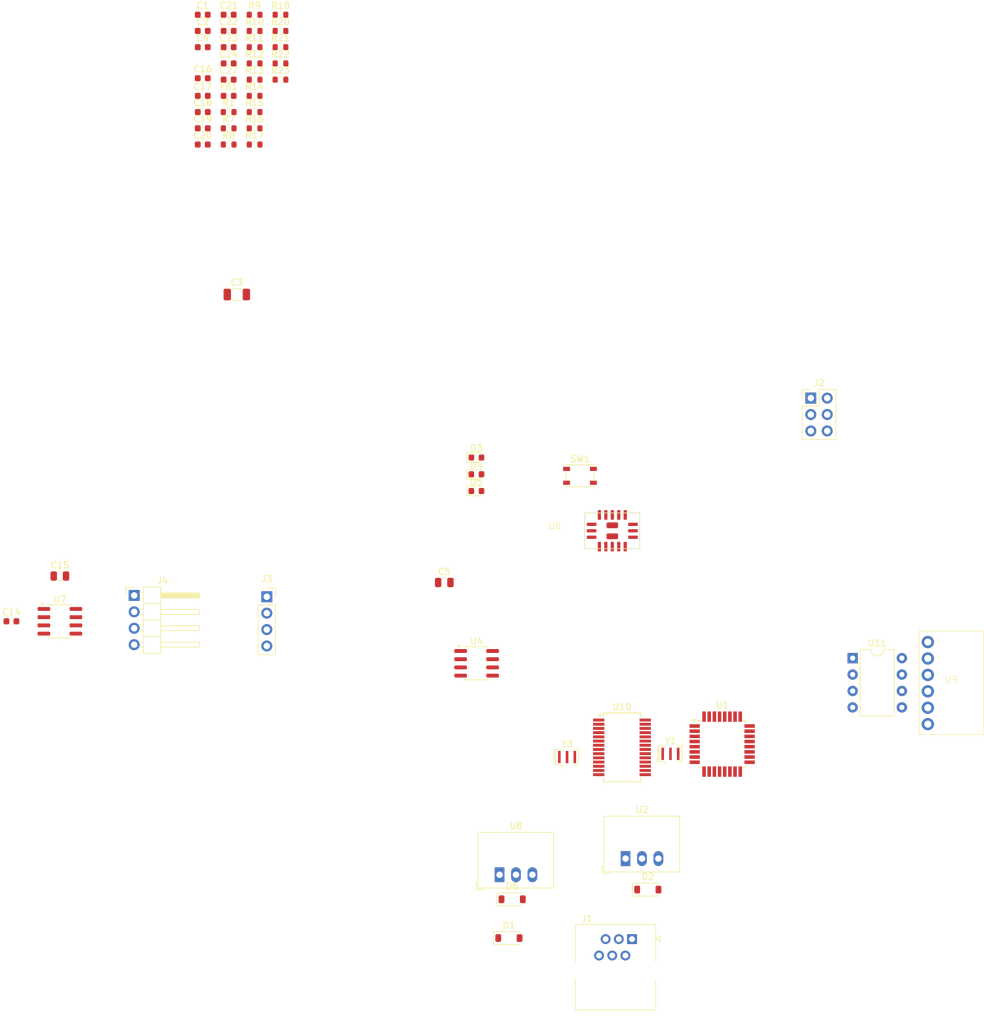
<source format=kicad_pcb>
(kicad_pcb (version 20241229) (generator "pcbnew") (generator_version "9.0")
  (layers (0 "F.Cu" signal) (2 "B.Cu" signal) (13 "F.Paste" user) (15 "B.Paste" user) (5 "F.SilkS" user "F.Silkscreen") (7 "B.SilkS" user "B.Silkscreen") (1 "F.Mask" user) (3 "B.Mask" user) (25 "Edge.Cuts" user))
  (net 0 "")
  (net 1 "Net-(U1-AREF)")
  (net 2 "GND")
  (net 3 "Net-(U1-VCC)")
  (net 4 "Net-(D1-K)")
  (net 5 "+5V")
  (net 6 "Net-(U4-VDD3V3)")
  (net 7 "GND1")
  (net 8 "Net-(U7-VDD3V3)")
  (net 9 "+3V3")
  (net 10 "Net-(U10-VDDA)")
  (net 11 "Net-(D1-A)")
  (net 12 "SCK")
  (net 13 "Net-(D3-K)")
  (net 14 "Net-(D4-K)")
  (net 15 "ERR")
  (net 16 "Net-(D5-K)")
  (net 18 "CANL")
  (net 19 "CANH")
  (net 21 "MISO")
  (net 22 "MOSI")
  (net 23 "RST")
  (net 24 "SDA1")
  (net 25 "SCL1")
  (net 26 "SCL2")
  (net 27 "SDA2")
  (net 28 "Net-(U1-~{RESET}{slash}PC6)")
  (net 29 "Net-(U10-STBY)")
  (net 30 "Net-(U10-~{RESET})")
  (net 31 "SCL0")
  (net 32 "SDA0")
  (net 38 "INT")
  (net 39 "CS")
  (net 44 "Net-(U1-XTAL2{slash}PB7)")
  (net 47 "Net-(U1-XTAL1{slash}PB6)")
  (net 61 "Net-(U10-TXD)")
  (net 69 "Net-(U10-OSC2)")
  (net 70 "Net-(U10-RXD)")
  (net 71 "Net-(U10-OSC1)")
  (net 72 "SCL3")
  (net 73 "SDA3")
  (footprint "Capacitor_SMD:C_0805_2012Metric" (layer "F.Cu") (at 117.5 105.5)
    (property "Reference" "C5" (at 0 -1.68 0) (layer "F.SilkS"))
    (property "Value" "1u")
    (pad "1" smd roundrect (at -0.95 0) (size 1 1.45) (layers "F.Cu" "F.Mask" "F.Paste") (net 6 "Net-(U4-VDD3V3)"))
    (pad "2" smd roundrect (at 0.95 0) (size 1 1.45) (layers "F.Cu" "F.Mask" "F.Paste") (net 2 "GND"))
  )
  (footprint "Crystal:Resonator_SMD_Murata_CSTxExxV-3Pin_3.0x1.1mm" (layer "F.Cu") (at 136.5 132.5)
    (property "Reference" "Y3" (at 0 -2 0) (layer "F.SilkS"))
    (property "Value" "16MHz")
    (pad "1" smd rect (at -1.2 0) (size 0.4 1.9) (layers "F.Cu" "F.Mask" "F.Paste") (net 71 "Net-(U10-OSC1)"))
    (pad "2" smd rect (at 0 0) (size 0.4 1.9) (layers "F.Cu" "F.Mask" "F.Paste") (net 2 "GND"))
    (pad "3" smd rect (at 1.2 0) (size 0.4 1.9) (layers "F.Cu" "F.Mask" "F.Paste") (net 69 "Net-(U10-OSC2)"))
  )
  (footprint "Converter_DCDC:Converter_DCDC_RECOM_R-78E-0.5_THT" (layer "F.Cu") (at 145.553 148.2075)
    (property "Reference" "U2" (at 2.54 -7.56 0) (layer "F.SilkS"))
    (property "Value" "R-78E5.0-0.5")
    (pad "1" thru_hole rect (at 0 0) (size 1.5 2.3) (drill 1) (layers "*.Cu" "*.Mask") (net 4 "Net-(D1-K)"))
    (pad "2" thru_hole oval (at 2.54 0) (size 1.5 2.3) (drill 1) (layers "*.Cu" "*.Mask") (net 2 "GND"))
    (pad "3" thru_hole oval (at 5.08 0) (size 1.5 2.3) (drill 1) (layers "*.Cu" "*.Mask") (net 5 "+5V"))
  )
  (footprint "Capacitor_SMD:C_0603_1608Metric" (layer "F.Cu") (at 80.115 20.185)
    (property "Reference" "C2" (at 0 -1.43 0) (layer "F.SilkS"))
    (property "Value" "1u")
    (pad "1" smd roundrect (at -0.775 0) (size 0.9 0.95) (layers "F.Cu" "F.Mask" "F.Paste") (net 2 "GND"))
    (pad "2" smd roundrect (at 0.775 0) (size 0.9 0.95) (layers "F.Cu" "F.Mask" "F.Paste") (net 3 "Net-(U1-VCC)"))
  )
  (footprint "Package_SO:SOIC-8_3.9x4.9mm_P1.27mm" (layer "F.Cu") (at 58 111.5)
    (property "Reference" "U7" (at 0 -3.4 0) (layer "F.SilkS"))
    (property "Value" "SLIP")
    (pad "1" smd roundrect (at -2.475 -1.905) (size 1.95 0.6) (layers "F.Cu" "F.Mask" "F.Paste") (net 5 "+5V"))
    (pad "2" smd roundrect (at -2.475 -0.635) (size 1.95 0.6) (layers "F.Cu" "F.Mask" "F.Paste") (net 8 "Net-(U7-VDD3V3)"))
    (pad "3" smd roundrect (at -2.475 0.635) (size 1.95 0.6) (layers "F.Cu" "F.Mask" "F.Paste"))
    (pad "4" smd roundrect (at -2.475 1.905) (size 1.95 0.6) (layers "F.Cu" "F.Mask" "F.Paste") (net 7 "GND1"))
    (pad "5" smd roundrect (at 2.475 1.905) (size 1.95 0.6) (layers "F.Cu" "F.Mask" "F.Paste") (net 7 "GND1"))
    (pad "6" smd roundrect (at 2.475 0.635) (size 1.95 0.6) (layers "F.Cu" "F.Mask" "F.Paste") (net 27 "SDA2"))
    (pad "7" smd roundrect (at 2.475 -0.635) (size 1.95 0.6) (layers "F.Cu" "F.Mask" "F.Paste") (net 26 "SCL2"))
    (pad "8" smd roundrect (at 2.475 -1.905) (size 1.95 0.6) (layers "F.Cu" "F.Mask" "F.Paste") (net 7 "GND1"))
  )
  (footprint "Capacitor_SMD:C_0603_1608Metric" (layer "F.Cu") (at 80.115 30.225)
    (property "Reference" "C17" (at 0 -1.43 0) (layer "F.SilkS"))
    (property "Value" "1u")
    (pad "1" smd roundrect (at -0.775 0) (size 0.9 0.95) (layers "F.Cu" "F.Mask" "F.Paste") (net 2 "GND"))
    (pad "2" smd roundrect (at 0.775 0) (size 0.9 0.95) (layers "F.Cu" "F.Mask" "F.Paste") (net 5 "+5V"))
  )
  (footprint "Connector_PinHeader_2.54mm:PinHeader_1x04_P2.54mm_Horizontal" (layer "F.Cu") (at 69.5 107.5)
    (property "Reference" "J4" (at 4.385 -2.27 0) (layer "F.SilkS"))
    (property "Value" "Conn_01x04_Pin")
    (pad "1" thru_hole rect (at 0 0) (size 1.7 1.7) (drill 1) (layers "*.Cu" "*.Mask") (net 2 "GND"))
    (pad "2" thru_hole oval (at 0 2.54) (size 1.7 1.7) (drill 1) (layers "*.Cu" "*.Mask") (net 26 "SCL2"))
    (pad "3" thru_hole oval (at 0 5.08) (size 1.7 1.7) (drill 1) (layers "*.Cu" "*.Mask") (net 27 "SDA2"))
    (pad "4" thru_hole oval (at 0 7.62) (size 1.7 1.7) (drill 1) (layers "*.Cu" "*.Mask") (net 5 "+5V"))
  )
  (footprint "Resistor_SMD:R_0603_1608Metric" (layer "F.Cu") (at 92.145 27.715)
    (property "Reference" "R23" (at 0 -1.43 0) (layer "F.SilkS"))
    (property "Value" "4.7k")
    (pad "1" smd roundrect (at -0.825 0) (size 0.8 0.95) (layers "F.Cu" "F.Mask" "F.Paste") (net 9 "+3V3"))
    (pad "2" smd roundrect (at 0.825 0) (size 0.8 0.95) (layers "F.Cu" "F.Mask" "F.Paste") (net 73 "SDA3"))
  )
  (footprint "KUBTSS:BME280" (layer "F.Cu") (at 196 121)
    (property "Reference" "U9" (at 0 -0.5 0) (layer "F.SilkS") (effects (font (thickness 0.1))))
    (property "Value" "BME280")
    (pad "1" thru_hole circle (at -3.663 -6.29) (size 1.9 1.9) (drill 1.1) (layers "*.Cu" "*.Mask") (net 9 "+3V3"))
    (pad "2" thru_hole circle (at -3.663 -3.75) (size 1.9 1.9) (drill 1.1) (layers "*.Cu" "*.Mask") (net 2 "GND"))
    (pad "3" thru_hole circle (at -3.663 -1.21) (size 1.9 1.9) (drill 1.1) (layers "*.Cu" "*.Mask") (net 9 "+3V3"))
    (pad "4" thru_hole circle (at -3.663 1.33) (size 1.9 1.9) (drill 1.1) (layers "*.Cu" "*.Mask") (net 73 "SDA3"))
    (pad "5" thru_hole circle (at -3.663 3.87) (size 1.9 1.9) (drill 1.1) (layers "*.Cu" "*.Mask") (net 2 "GND"))
    (pad "6" thru_hole circle (at -3.663 6.41) (size 1.9 1.9) (drill 1.1) (layers "*.Cu" "*.Mask") (net 72 "SCL3"))
  )
  (footprint "Connector_RJ:RJ25_Wayconn_MJEA-660X1_Horizontal" (layer "F.Cu") (at 146.55 160.66)
    (property "Reference" "J1" (at -6.985 -3.175 0) (layer "F.SilkS"))
    (property "Value" "RJ25")
    (pad "" np_thru_hole circle (at -8.55 4.84) (size 2.3 2.3) (drill 2.3) (layers "*.Cu" "*.Mask"))
    (pad "" np_thru_hole circle (at 3.45 4.84) (size 2.3 2.3) (drill 2.3) (layers "*.Cu" "*.Mask"))
    (pad "1" thru_hole rect (at 0 0) (size 1.52 1.52) (drill 0.9) (layers "*.Cu" "*.Mask"))
    (pad "2" thru_hole circle (at -1.02 2.54) (size 1.52 1.52) (drill 0.9) (layers "*.Cu" "*.Mask") (net 2 "GND"))
    (pad "3" thru_hole circle (at -2.04 0) (size 1.52 1.52) (drill 0.9) (layers "*.Cu" "*.Mask") (net 18 "CANL"))
    (pad "4" thru_hole circle (at -3.06 2.54) (size 1.52 1.52) (drill 0.9) (layers "*.Cu" "*.Mask") (net 19 "CANH"))
    (pad "5" thru_hole circle (at -4.08 0) (size 1.52 1.52) (drill 0.9) (layers "*.Cu" "*.Mask") (net 11 "Net-(D1-A)"))
    (pad "6" thru_hole circle (at -5.1 2.54) (size 1.52 1.52) (drill 0.9) (layers "*.Cu" "*.Mask"))
  )
  (footprint "Resistor_SMD:R_0603_1608Metric" (layer "F.Cu") (at 84.125 32.735)
    (property "Reference" "R1" (at 0 -1.43 0) (layer "F.SilkS"))
    (property "Value" "10k")
    (pad "1" smd roundrect (at -0.825 0) (size 0.8 0.95) (layers "F.Cu" "F.Mask" "F.Paste") (net 5 "+5V"))
    (pad "2" smd roundrect (at 0.825 0) (size 0.8 0.95) (layers "F.Cu" "F.Mask" "F.Paste") (net 23 "RST"))
  )
  (footprint "Capacitor_SMD:C_0603_1608Metric" (layer "F.Cu") (at 80.115 37.755)
    (property "Reference" "C20" (at 0 -1.43 0) (layer "F.SilkS"))
    (property "Value" "0.1u")
    (pad "1" smd roundrect (at -0.775 0) (size 0.9 0.95) (layers "F.Cu" "F.Mask" "F.Paste") (net 5 "+5V"))
    (pad "2" smd roundrect (at 0.775 0) (size 0.9 0.95) (layers "F.Cu" "F.Mask" "F.Paste") (net 2 "GND"))
  )
  (footprint "Capacitor_SMD:C_0603_1608Metric" (layer "F.Cu") (at 80.115 35.245)
    (property "Reference" "C19" (at 0 -1.43 0) (layer "F.SilkS"))
    (property "Value" "1u")
    (pad "1" smd roundrect (at -0.775 0) (size 0.9 0.95) (layers "F.Cu" "F.Mask" "F.Paste") (net 5 "+5V"))
    (pad "2" smd roundrect (at 0.775 0) (size 0.9 0.95) (layers "F.Cu" "F.Mask" "F.Paste") (net 2 "GND"))
  )
  (footprint "LED_SMD:LED_0603_1608Metric" (layer "F.Cu") (at 122.47 91.35)
    (property "Reference" "D5" (at 0 -1.43 0) (layer "F.SilkS"))
    (property "Value" "ERR")
    (pad "1" smd roundrect (at -0.7875 0) (size 0.875 0.95) (layers "F.Cu" "F.Mask" "F.Paste") (net 16 "Net-(D5-K)"))
    (pad "2" smd roundrect (at 0.7875 0) (size 0.875 0.95) (layers "F.Cu" "F.Mask" "F.Paste") (net 15 "ERR"))
  )
  (footprint "Diode_SMD:D_SOD-123" (layer "F.Cu") (at 127.5 160.5)
    (property "Reference" "D1" (at 0 -2 0) (layer "F.SilkS"))
    (property "Value" "RB160M")
    (pad "1" smd roundrect (at -1.65 0) (size 0.9 1.2) (layers "F.Cu" "F.Mask" "F.Paste") (net 4 "Net-(D1-K)"))
    (pad "2" smd roundrect (at 1.65 0) (size 0.9 1.2) (layers "F.Cu" "F.Mask" "F.Paste") (net 11 "Net-(D1-A)"))
  )
  (footprint "Package_SO:SSOP-28_5.3x10.2mm_P0.65mm" (layer "F.Cu") (at 145 131)
    (property "Reference" "U10" (at 0 -6.25 0) (layer "F.SilkS"))
    (property "Value" "MCP25625-x-SS")
    (pad "1" smd rect (at -3.6 -4.225) (size 1.75 0.45) (layers "F.Cu" "F.Mask" "F.Paste") (net 9 "+3V3"))
    (pad "2" smd rect (at -3.6 -3.575) (size 1.75 0.45) (layers "F.Cu" "F.Mask" "F.Paste"))
    (pad "3" smd rect (at -3.6 -2.925) (size 1.75 0.45) (layers "F.Cu" "F.Mask" "F.Paste") (net 18 "CANL"))
    (pad "4" smd rect (at -3.6 -2.275) (size 1.75 0.45) (layers "F.Cu" "F.Mask" "F.Paste") (net 19 "CANH"))
    (pad "5" smd rect (at -3.6 -1.625) (size 1.75 0.45) (layers "F.Cu" "F.Mask" "F.Paste") (net 29 "Net-(U10-STBY)"))
    (pad "6" smd rect (at -3.6 -0.975) (size 1.75 0.45) (layers "F.Cu" "F.Mask" "F.Paste"))
    (pad "7" smd rect (at -3.6 -0.325) (size 1.75 0.45) (layers "F.Cu" "F.Mask" "F.Paste"))
    (pad "8" smd rect (at -3.6 0.325) (size 1.75 0.45) (layers "F.Cu" "F.Mask" "F.Paste") (net 69 "Net-(U10-OSC2)"))
    (pad "9" smd rect (at -3.6 0.975) (size 1.75 0.45) (layers "F.Cu" "F.Mask" "F.Paste") (net 71 "Net-(U10-OSC1)"))
    (pad "10" smd rect (at -3.6 1.625) (size 1.75 0.45) (layers "F.Cu" "F.Mask" "F.Paste") (net 2 "GND"))
    (pad "11" smd rect (at -3.6 2.275) (size 1.75 0.45) (layers "F.Cu" "F.Mask" "F.Paste"))
    (pad "12" smd rect (at -3.6 2.925) (size 1.75 0.45) (layers "F.Cu" "F.Mask" "F.Paste"))
    (pad "13" smd rect (at -3.6 3.575) (size 1.75 0.45) (layers "F.Cu" "F.Mask" "F.Paste") (net 38 "INT"))
    (pad "14" smd rect (at -3.6 4.225) (size 1.75 0.45) (layers "F.Cu" "F.Mask" "F.Paste") (net 12 "SCK"))
    (pad "15" smd rect (at 3.6 4.225) (size 1.75 0.45) (layers "F.Cu" "F.Mask" "F.Paste") (net 22 "MOSI"))
    (pad "16" smd rect (at 3.6 3.575) (size 1.75 0.45) (layers "F.Cu" "F.Mask" "F.Paste") (net 21 "MISO"))
    (pad "17" smd rect (at 3.6 2.925) (size 1.75 0.45) (layers "F.Cu" "F.Mask" "F.Paste") (net 39 "CS"))
    (pad "18" smd rect (at 3.6 2.275) (size 1.75 0.45) (layers "F.Cu" "F.Mask" "F.Paste") (net 30 "Net-(U10-~{RESET})"))
    (pad "19" smd rect (at 3.6 1.625) (size 1.75 0.45) (layers "F.Cu" "F.Mask" "F.Paste") (net 5 "+5V"))
    (pad "20" smd rect (at 3.6 0.975) (size 1.75 0.45) (layers "F.Cu" "F.Mask" "F.Paste") (net 61 "Net-(U10-TXD)"))
    (pad "21" smd rect (at 3.6 0.325) (size 1.75 0.45) (layers "F.Cu" "F.Mask" "F.Paste") (net 70 "Net-(U10-RXD)"))
    (pad "22" smd rect (at 3.6 -0.325) (size 1.75 0.45) (layers "F.Cu" "F.Mask" "F.Paste"))
    (pad "23" smd rect (at 3.6 -0.975) (size 1.75 0.45) (layers "F.Cu" "F.Mask" "F.Paste"))
    (pad "24" smd rect (at 3.6 -1.625) (size 1.75 0.45) (layers "F.Cu" "F.Mask" "F.Paste") (net 61 "Net-(U10-TXD)"))
    (pad "25" smd rect (at 3.6 -2.275) (size 1.75 0.45) (layers "F.Cu" "F.Mask" "F.Paste"))
    (pad "26" smd rect (at 3.6 -2.925) (size 1.75 0.45) (layers "F.Cu" "F.Mask" "F.Paste"))
    (pad "27" smd rect (at 3.6 -3.575) (size 1.75 0.45) (layers "F.Cu" "F.Mask" "F.Paste") (net 10 "Net-(U10-VDDA)"))
    (pad "28" smd rect (at 3.6 -4.225) (size 1.75 0.45) (layers "F.Cu" "F.Mask" "F.Paste") (net 70 "Net-(U10-RXD)"))
  )
  (footprint "Resistor_SMD:R_0603_1608Metric" (layer "F.Cu") (at 88.135 17.675)
    (property "Reference" "R9" (at 0 -1.43 0) (layer "F.SilkS"))
    (property "Value" "120")
    (pad "1" smd roundrect (at -0.825 0) (size 0.8 0.95) (layers "F.Cu" "F.Mask" "F.Paste") (net 19 "CANH"))
    (pad "2" smd roundrect (at 0.825 0) (size 0.8 0.95) (layers "F.Cu" "F.Mask" "F.Paste") (net 18 "CANL"))
  )
  (footprint "Capacitor_SMD:C_0603_1608Metric" (layer "F.Cu") (at 50.5 111.5)
    (property "Reference" "C14" (at 0 -1.43 0) (layer "F.SilkS"))
    (property "Value" "0.1u")
    (pad "1" smd roundrect (at -0.775 0) (size 0.9 0.95) (layers "F.Cu" "F.Mask" "F.Paste") (net 5 "+5V"))
    (pad "2" smd roundrect (at 0.775 0) (size 0.9 0.95) (layers "F.Cu" "F.Mask" "F.Paste") (net 7 "GND1"))
  )
  (footprint "Resistor_SMD:R_0603_1608Metric" (layer "F.Cu") (at 88.135 22.695)
    (property "Reference" "R11" (at 0 -1.43 0) (layer "F.SilkS"))
    (property "Value" "4.7k")
    (pad "1" smd roundrect (at -0.825 0) (size 0.8 0.95) (layers "F.Cu" "F.Mask" "F.Paste") (net 5 "+5V"))
    (pad "2" smd roundrect (at 0.825 0) (size 0.8 0.95) (layers "F.Cu" "F.Mask" "F.Paste") (net 27 "SDA2"))
  )
  (footprint "Capacitor_SMD:C_0603_1608Metric" (layer "F.Cu") (at 80.115 17.675)
    (property "Reference" "C1" (at 0 -1.43 0) (layer "F.SilkS"))
    (property "Value" "0.1u")
    (pad "1" smd roundrect (at -0.775 0) (size 0.9 0.95) (layers "F.Cu" "F.Mask" "F.Paste") (net 1 "Net-(U1-AREF)"))
    (pad "2" smd roundrect (at 0.775 0) (size 0.9 0.95) (layers "F.Cu" "F.Mask" "F.Paste") (net 2 "GND"))
  )
  (footprint "LED_SMD:LED_0603_1608Metric" (layer "F.Cu") (at 122.47 86.17)
    (property "Reference" "D3" (at 0 -1.43 0) (layer "F.SilkS"))
    (property "Value" "CLK")
    (pad "1" smd roundrect (at -0.7875 0) (size 0.875 0.95) (layers "F.Cu" "F.Mask" "F.Paste") (net 13 "Net-(D3-K)"))
    (pad "2" smd roundrect (at 0.7875 0) (size 0.875 0.95) (layers "F.Cu" "F.Mask" "F.Paste") (net 12 "SCK"))
  )
  (footprint "Resistor_SMD:R_0603_1608Metric" (layer "F.Cu") (at 92.145 25.205)
    (property "Reference" "R22" (at 0 -1.43 0) (layer "F.SilkS"))
    (property "Value" "4.7k")
    (pad "1" smd roundrect (at -0.825 0) (size 0.8 0.95) (layers "F.Cu" "F.Mask" "F.Paste") (net 9 "+3V3"))
    (pad "2" smd roundrect (at 0.825 0) (size 0.8 0.95) (layers "F.Cu" "F.Mask" "F.Paste") (net 72 "SCL3"))
  )
  (footprint "Diode_SMD:D_SOD-123" (layer "F.Cu") (at 149 153)
    (property "Reference" "D2" (at 0 -2 0) (layer "F.SilkS"))
    (property "Value" "RB160M")
    (pad "1" smd roundrect (at -1.65 0) (size 0.9 1.2) (layers "F.Cu" "F.Mask" "F.Paste") (net 4 "Net-(D1-K)"))
    (pad "2" smd roundrect (at 1.65 0) (size 0.9 1.2) (layers "F.Cu" "F.Mask" "F.Paste") (net 5 "+5V"))
  )
  (footprint "Resistor_SMD:R_0603_1608Metric" (layer "F.Cu") (at 92.145 22.695)
    (property "Reference" "R21" (at 0 -1.43 0) (layer "F.SilkS"))
    (property "Value" "4.7k")
    (pad "1" smd roundrect (at -0.825 0) (size 0.8 0.95) (layers "F.Cu" "F.Mask" "F.Paste") (net 5 "+5V"))
    (pad "2" smd roundrect (at 0.825 0) (size 0.8 0.95) (layers "F.Cu" "F.Mask" "F.Paste") (net 32 "SDA0"))
  )
  (footprint "Capacitor_SMD:C_0603_1608Metric" (layer "F.Cu") (at 84.125 27.715)
    (property "Reference" "C27" (at 0 -1.43 0) (layer "F.SilkS"))
    (property "Value" "100n")
    (pad "1" smd roundrect (at -0.775 0) (size 0.9 0.95) (layers "F.Cu" "F.Mask" "F.Paste") (net 2 "GND"))
    (pad "2" smd roundrect (at 0.775 0) (size 0.9 0.95) (layers "F.Cu" "F.Mask" "F.Paste") (net 5 "+5V"))
  )
  (footprint "Capacitor_SMD:C_0603_1608Metric" (layer "F.Cu") (at 84.125 17.675)
    (property "Reference" "C21" (at 0 -1.43 0) (layer "F.SilkS"))
    (property "Value" "1u")
    (pad "1" smd roundrect (at -0.775 0) (size 0.9 0.95) (layers "F.Cu" "F.Mask" "F.Paste") (net 9 "+3V3"))
    (pad "2" smd roundrect (at 0.775 0) (size 0.9 0.95) (layers "F.Cu" "F.Mask" "F.Paste") (net 2 "GND"))
  )
  (footprint "Capacitor_SMD:C_0603_1608Metric" (layer "F.Cu") (at 80.115 22.695)
    (property "Reference" "C4" (at 0 -1.43 0) (layer "F.SilkS"))
    (property "Value" "0.1u")
    (pad "1" smd roundrect (at -0.775 0) (size 0.9 0.95) (layers "F.Cu" "F.Mask" "F.Paste") (net 5 "+5V"))
    (pad "2" smd roundrect (at 0.775 0) (size 0.9 0.95) (layers "F.Cu" "F.Mask" "F.Paste") (net 2 "GND"))
  )
  (footprint "Package_QFP:TQFP-32_7x7mm_P0.8mm" (layer "F.Cu") (at 160.5 130.5)
    (property "Reference" "U1" (at 0 -6.05 0) (layer "F.SilkS"))
    (property "Value" "ATmega328PB-A")
    (pad "1" smd rect (at -4.25 -2.8) (size 1.6 0.55) (layers "F.Cu" "F.Mask" "F.Paste") (net 38 "INT"))
    (pad "2" smd rect (at -4.25 -2) (size 1.6 0.55) (layers "F.Cu" "F.Mask" "F.Paste"))
    (pad "3" smd rect (at -4.25 -1.2) (size 1.6 0.55) (layers "F.Cu" "F.Mask" "F.Paste") (net 24 "SDA1"))
    (pad "4" smd rect (at -4.25 -0.4) (size 1.6 0.55) (layers "F.Cu" "F.Mask" "F.Paste") (net 3 "Net-(U1-VCC)"))
    (pad "5" smd rect (at -4.25 0.4) (size 1.6 0.55) (layers "F.Cu" "F.Mask" "F.Paste") (net 2 "GND"))
    (pad "6" smd rect (at -4.25 1.2) (size 1.6 0.55) (layers "F.Cu" "F.Mask" "F.Paste") (net 25 "SCL1"))
    (pad "7" smd rect (at -4.25 2) (size 1.6 0.55) (layers "F.Cu" "F.Mask" "F.Paste") (net 47 "Net-(U1-XTAL1{slash}PB6)"))
    (pad "8" smd rect (at -4.25 2.8) (size 1.6 0.55) (layers "F.Cu" "F.Mask" "F.Paste") (net 44 "Net-(U1-XTAL2{slash}PB7)"))
    (pad "9" smd rect (at -2.8 4.25 90) (size 1.6 0.55) (layers "F.Cu" "F.Mask" "F.Paste"))
    (pad "10" smd rect (at -2 4.25 90) (size 1.6 0.55) (layers "F.Cu" "F.Mask" "F.Paste"))
    (pad "11" smd rect (at -1.2 4.25 90) (size 1.6 0.55) (layers "F.Cu" "F.Mask" "F.Paste") (net 15 "ERR"))
    (pad "12" smd rect (at -0.4 4.25 90) (size 1.6 0.55) (layers "F.Cu" "F.Mask" "F.Paste"))
    (pad "13" smd rect (at 0.4 4.25 90) (size 1.6 0.55) (layers "F.Cu" "F.Mask" "F.Paste"))
    (pad "14" smd rect (at 1.2 4.25 90) (size 1.6 0.55) (layers "F.Cu" "F.Mask" "F.Paste") (net 39 "CS"))
    (pad "15" smd rect (at 2 4.25 90) (size 1.6 0.55) (layers "F.Cu" "F.Mask" "F.Paste") (net 22 "MOSI"))
    (pad "16" smd rect (at 2.8 4.25 90) (size 1.6 0.55) (layers "F.Cu" "F.Mask" "F.Paste") (net 21 "MISO"))
    (pad "17" smd rect (at 4.25 2.8) (size 1.6 0.55) (layers "F.Cu" "F.Mask" "F.Paste") (net 12 "SCK"))
    (pad "18" smd rect (at 4.25 2) (size 1.6 0.55) (layers "F.Cu" "F.Mask" "F.Paste") (net 5 "+5V"))
    (pad "19" smd rect (at 4.25 1.2) (size 1.6 0.55) (layers "F.Cu" "F.Mask" "F.Paste"))
    (pad "20" smd rect (at 4.25 0.4) (size 1.6 0.55) (layers "F.Cu" "F.Mask" "F.Paste") (net 1 "Net-(U1-AREF)"))
    (pad "21" smd rect (at 4.25 -0.4) (size 1.6 0.55) (layers "F.Cu" "F.Mask" "F.Paste") (net 2 "GND"))
    (pad "22" smd rect (at 4.25 -1.2) (size 1.6 0.55) (layers "F.Cu" "F.Mask" "F.Paste"))
    (pad "23" smd rect (at 4.25 -2) (size 1.6 0.55) (layers "F.Cu" "F.Mask" "F.Paste"))
    (pad "24" smd rect (at 4.25 -2.8) (size 1.6 0.55) (layers "F.Cu" "F.Mask" "F.Paste"))
    (pad "25" smd rect (at 2.8 -4.25 90) (size 1.6 0.55) (layers "F.Cu" "F.Mask" "F.Paste"))
    (pad "26" smd rect (at 2 -4.25 90) (size 1.6 0.55) (layers "F.Cu" "F.Mask" "F.Paste"))
    (pad "27" smd rect (at 1.2 -4.25 90) (size 1.6 0.55) (layers "F.Cu" "F.Mask" "F.Paste") (net 32 "SDA0"))
    (pad "28" smd rect (at 0.4 -4.25 90) (size 1.6 0.55) (layers "F.Cu" "F.Mask" "F.Paste") (net 31 "SCL0"))
    (pad "29" smd rect (at -0.4 -4.25 90) (size 1.6 0.55) (layers "F.Cu" "F.Mask" "F.Paste") (net 28 "Net-(U1-~{RESET}{slash}PC6)"))
    (pad "30" smd rect (at -1.2 -4.25 90) (size 1.6 0.55) (layers "F.Cu" "F.Mask" "F.Paste"))
    (pad "31" smd rect (at -2 -4.25 90) (size 1.6 0.55) (layers "F.Cu" "F.Mask" "F.Paste"))
    (pad "32" smd rect (at -2.8 -4.25 90) (size 1.6 0.55) (layers "F.Cu" "F.Mask" "F.Paste"))
  )
  (footprint "Button_Switch_SMD:SW_SPST_PTS810" (layer "F.Cu") (at 138.5 89)
    (property "Reference" "SW1" (at 0 -2.6 0) (layer "F.SilkS"))
    (property "Value" "RST")
    (pad "1" smd rect (at -2.075 -1.075) (size 1.05 0.65) (layers "F.Cu" "F.Mask" "F.Paste") (net 2 "GND"))
    (pad "1" smd rect (at 2.075 -1.075) (size 1.05 0.65) (layers "F.Cu" "F.Mask" "F.Paste") (net 2 "GND"))
    (pad "2" smd rect (at -2.075 1.075) (size 1.05 0.65) (layers "F.Cu" "F.Mask" "F.Paste") (net 23 "RST"))
    (pad "2" smd rect (at 2.075 1.075) (size 1.05 0.65) (layers "F.Cu" "F.Mask" "F.Paste") (net 23 "RST"))
  )
  (footprint "Capacitor_SMD:C_0805_2012Metric" (layer "F.Cu") (at 58 104.5)
    (property "Reference" "C15" (at 0 -1.68 0) (layer "F.SilkS"))
    (property "Value" "1u")
    (pad "1" smd roundrect (at -0.95 0) (size 1 1.45) (layers "F.Cu" "F.Mask" "F.Paste") (net 8 "Net-(U7-VDD3V3)"))
    (pad "2" smd roundrect (at 0.95 0) (size 1 1.45) (layers "F.Cu" "F.Mask" "F.Paste") (net 7 "GND1"))
  )
  (footprint "Resistor_SMD:R_0603_1608Metric" (layer "F.Cu") (at 92.145 17.675)
    (property "Reference" "R18" (at 0 -1.43 0) (layer "F.SilkS"))
    (property "Value" "10k")
    (pad "1" smd roundrect (at -0.825 0) (size 0.8 0.95) (layers "F.Cu" "F.Mask" "F.Paste") (net 30 "Net-(U10-~{RESET})"))
    (pad "2" smd roundrect (at 0.825 0) (size 0.8 0.95) (layers "F.Cu" "F.Mask" "F.Paste") (net 9 "+3V3"))
  )
  (footprint "Resistor_SMD:R_0603_1608Metric" (layer "F.Cu") (at 84.125 37.755)
    (property "Reference" "R8" (at 0 -1.43 0) (layer "F.SilkS"))
    (property "Value" "1k")
    (pad "1" smd roundrect (at -0.825 0) (size 0.8 0.95) (layers "F.Cu" "F.Mask" "F.Paste") (net 14 "Net-(D4-K)"))
    (pad "2" smd roundrect (at 0.825 0) (size 0.8 0.95) (layers "F.Cu" "F.Mask" "F.Paste") (net 2 "GND"))
  )
  (footprint "Capacitor_SMD:C_0603_1608Metric" (layer "F.Cu") (at 84.125 22.695)
    (property "Reference" "C23" (at 0 -1.43 0) (layer "F.SilkS"))
    (property "Value" "10u")
    (pad "1" smd roundrect (at -0.775 0) (size 0.9 0.95) (layers "F.Cu" "F.Mask" "F.Paste") (net 10 "Net-(U10-VDDA)"))
    (pad "2" smd roundrect (at 0.775 0) (size 0.9 0.95) (layers "F.Cu" "F.Mask" "F.Paste") (net 2 "GND"))
  )
  (footprint "Diode_SMD:D_SOD-123" (layer "F.Cu") (at 128 154.5)
    (property "Reference" "D6" (at 0 -2 0) (layer "F.SilkS"))
    (property "Value" "RB160M")
    (pad "1" smd roundrect (at -1.65 0) (size 0.9 1.2) (layers "F.Cu" "F.Mask" "F.Paste") (net 4 "Net-(D1-K)"))
    (pad "2" smd roundrect (at 1.65 0) (size 0.9 1.2) (layers "F.Cu" "F.Mask" "F.Paste") (net 9 "+3V3"))
  )
  (footprint "Capacitor_SMD:C_0603_1608Metric" (layer "F.Cu") (at 84.125 25.205)
    (property "Reference" "C24" (at 0 -1.43 0) (layer "F.SilkS"))
    (property "Value" "0.1u")
    (pad "1" smd roundrect (at -0.775 0) (size 0.9 0.95) (layers "F.Cu" "F.Mask" "F.Paste") (net 10 "Net-(U10-VDDA)"))
    (pad "2" smd roundrect (at 0.775 0) (size 0.9 0.95) (layers "F.Cu" "F.Mask" "F.Paste") (net 2 "GND"))
  )
  (footprint "Capacitor_SMD:C_0603_1608Metric" (layer "F.Cu") (at 80.115 27.5)
    (property "Reference" "C16" (at 0 -1.43 0) (layer "F.SilkS"))
    (property "Value" "0.1u")
    (pad "1" smd roundrect (at -0.775 0) (size 0.9 0.95) (layers "F.Cu" "F.Mask" "F.Paste") (net 2 "GND"))
    (pad "2" smd roundrect (at 0.775 0) (size 0.9 0.95) (layers "F.Cu" "F.Mask" "F.Paste") (net 5 "+5V"))
  )
  (footprint "Capacitor_SMD:C_0603_1608Metric" (layer "F.Cu") (at 84.125 20.185)
    (property "Reference" "C22" (at 0 -1.43 0) (layer "F.SilkS"))
    (property "Value" "0.1u")
    (pad "1" smd roundrect (at -0.775 0) (size 0.9 0.95) (layers "F.Cu" "F.Mask" "F.Paste") (net 9 "+3V3"))
    (pad "2" smd roundrect (at 0.775 0) (size 0.9 0.95) (layers "F.Cu" "F.Mask" "F.Paste") (net 2 "GND"))
  )
  (footprint "Converter_DCDC:Converter_DCDC_RECOM_R-78E-0.5_THT" (layer "F.Cu") (at 126.053 150.7075)
    (property "Reference" "U8" (at 2.54 -7.56 0) (layer "F.SilkS"))
    (property "Value" "R-78E3.3-0.5")
    (pad "1" thru_hole rect (at 0 0) (size 1.5 2.3) (drill 1) (layers "*.Cu" "*.Mask") (net 4 "Net-(D1-K)"))
    (pad "2" thru_hole oval (at 2.54 0) (size 1.5 2.3) (drill 1) (layers "*.Cu" "*.Mask") (net 2 "GND"))
    (pad "3" thru_hole oval (at 5.08 0) (size 1.5 2.3) (drill 1) (layers "*.Cu" "*.Mask") (net 9 "+3V3"))
  )
  (footprint "Capacitor_SMD:C_1206_3216Metric" (layer "F.Cu") (at 85.385 60.955)
    (property "Reference" "C3" (at 0 -1.85 0) (layer "F.SilkS"))
    (property "Value" "10u")
    (pad "1" smd roundrect (at -1.475 0) (size 1.15 1.8) (layers "F.Cu" "F.Mask" "F.Paste") (roundrect_rratio 0.217391) (net 4 "Net-(D1-K)"))
    (pad "2" smd roundrect (at 1.475 0) (size 1.15 1.8) (layers "F.Cu" "F.Mask" "F.Paste") (roundrect_rratio 0.217391) (net 2 "GND"))
  )
  (footprint "LED_SMD:LED_0603_1608Metric" (layer "F.Cu") (at 122.47 88.76)
    (property "Reference" "D4" (at 0 -1.43 0) (layer "F.SilkS"))
    (property "Value" "PWR")
    (pad "1" smd roundrect (at -0.7875 0) (size 0.875 0.95) (layers "F.Cu" "F.Mask" "F.Paste") (net 14 "Net-(D4-K)"))
    (pad "2" smd roundrect (at 0.7875 0) (size 0.875 0.95) (layers "F.Cu" "F.Mask" "F.Paste") (net 5 "+5V"))
  )
  (footprint "KUBTSS:SDP32" (layer "F.Cu") (at 143.5 97.5)
    (property "Reference" "U6" (at -8.91 -0.76 0) (layer "F.SilkS") (effects (font (thickness 0.1))))
    (property "Value" "SDP32")
    (fp_rect (start -4.25 -2.75) (end 4.25 2.75) (stroke (width 0.05)) (fill no) (layer "Edge.Cuts"))
    (fp_circle (center -3.65 2.15) (end -3.3 2.15) (stroke (width 0.01)) (fill no) (layer "Edge.Cuts"))
    (fp_circle (center 3.65 -2.15) (end 4 -2.15) (stroke (width 0.01)) (fill no) (layer "Edge.Cuts"))
    (fp_circle (center 3.65 2.15) (end 4 2.15) (stroke (width 0.01)) (fill no) (layer "Edge.Cuts"))
    (pad "" np_thru_hole circle (at -3.65 2.15) (size 0.00001 0.00001) (drill 0.73) (layers "*.Mask"))
    (pad "" np_thru_hole circle (at 3.65 -2.15) (size 0.00001 0.00001) (drill 0.73) (layers "*.Mask"))
    (pad "" np_thru_hole circle (at 3.65 2.15) (size 0.00001 0.00001) (drill 0.73) (layers "*.Mask"))
    (pad "1" smd roundrect (at -3.2 -1) (size 1.5 0.5) (layers "F.Cu" "F.Mask" "F.Paste") (net 2 "GND"))
    (pad "2" smd roundrect (at -3.2 0) (size 1.5 0.5) (layers "F.Cu" "F.Mask" "F.Paste") (net 2 "GND"))
    (pad "3" smd roundrect (at -3.2 1) (size 1.5 0.5) (layers "F.Cu" "F.Mask" "F.Paste") (net 2 "GND"))
    (pad "4" smd roundrect (at -2 2.45 270) (size 1.5 0.5) (layers "F.Cu" "F.Mask" "F.Paste"))
    (pad "5" smd roundrect (at -1 2.45 270) (size 1.5 0.5) (layers "F.Cu" "F.Mask" "F.Paste") (net 31 "SCL0"))
    (pad "6" smd roundrect (at 0 2.45 270) (size 1.5 0.5) (layers "F.Cu" "F.Mask" "F.Paste") (net 2 "GND"))
    (pad "7" smd roundrect (at 1 2.45 270) (size 1.5 0.5) (layers "F.Cu" "F.Mask" "F.Paste") (net 5 "+5V"))
    (pad "8" smd roundrect (at 2 2.45 270) (size 1.5 0.5) (layers "F.Cu" "F.Mask" "F.Paste") (net 32 "SDA0"))
    (pad "9" smd roundrect (at 3.2 1 180) (size 1.5 0.5) (layers "F.Cu" "F.Mask" "F.Paste") (net 2 "GND"))
    (pad "10" smd roundrect (at 3.2 0 180) (size 1.5 0.5) (layers "F.Cu" "F.Mask" "F.Paste") (net 2 "GND"))
    (pad "11" smd roundrect (at 3.2 -1 180) (size 1.5 0.5) (layers "F.Cu" "F.Mask" "F.Paste") (net 2 "GND"))
    (pad "12" smd roundrect (at 2 -2.45 90) (size 1.5 0.5) (layers "F.Cu" "F.Mask" "F.Paste"))
    (pad "13" smd roundrect (at 1 -2.45 90) (size 1.5 0.5) (layers "F.Cu" "F.Mask" "F.Paste"))
    (pad "14" smd roundrect (at 0 -2.45 90) (size 1.5 0.5) (layers "F.Cu" "F.Mask" "F.Paste"))
    (pad "15" smd roundrect (at -1 -2.45 90) (size 1.5 0.5) (layers "F.Cu" "F.Mask" "F.Paste"))
    (pad "16" smd roundrect (at -2 -2.45 90) (size 1.5 0.5) (layers "F.Cu" "F.Mask" "F.Paste"))
    (pad "17" smd roundrect (at 0 -0.85) (size 1.8 0.9) (layers "F.Cu" "F.Mask" "F.Paste") (net 2 "GND"))
    (pad "18" smd roundrect (at 0 0.85) (size 1.8 0.9) (layers "F.Cu" "F.Mask" "F.Paste") (net 2 "GND"))
  )
  (footprint "Package_SO:SOIC-8_3.9x4.9mm_P1.27mm" (layer "F.Cu") (at 122.5 118)
    (property "Reference" "U4" (at 0 -3.4 0) (layer "F.SilkS"))
    (property "Value" "SLIP")
    (pad "1" smd roundrect (at -2.475 -1.905) (size 1.95 0.6) (layers "F.Cu" "F.Mask" "F.Paste") (net 5 "+5V"))
    (pad "2" smd roundrect (at -2.475 -0.635) (size 1.95 0.6) (layers "F.Cu" "F.Mask" "F.Paste") (net 6 "Net-(U4-VDD3V3)"))
    (pad "3" smd roundrect (at -2.475 0.635) (size 1.95 0.6) (layers "F.Cu" "F.Mask" "F.Paste"))
    (pad "4" smd roundrect (at -2.475 1.905) (size 1.95 0.6) (layers "F.Cu" "F.Mask" "F.Paste") (net 2 "GND"))
    (pad "5" smd roundrect (at 2.475 1.905) (size 1.95 0.6) (layers "F.Cu" "F.Mask" "F.Paste") (net 2 "GND"))
    (pad "6" smd roundrect (at 2.475 0.635) (size 1.95 0.6) (layers "F.Cu" "F.Mask" "F.Paste") (net 32 "SDA0"))
    (pad "7" smd roundrect (at 2.475 -0.635) (size 1.95 0.6) (layers "F.Cu" "F.Mask" "F.Paste") (net 31 "SCL0"))
    (pad "8" smd roundrect (at 2.475 -1.905) (size 1.95 0.6) (layers "F.Cu" "F.Mask" "F.Paste") (net 2 "GND"))
  )
  (footprint "Resistor_SMD:R_0603_1608Metric" (layer "F.Cu") (at 88.135 35.245)
    (property "Reference" "R16" (at 0 -1.43 0) (layer "F.SilkS"))
    (property "Value" "2.2k")
    (pad "1" smd roundrect (at -0.825 0) (size 0.8 0.95) (layers "F.Cu" "F.Mask" "F.Paste") (net 25 "SCL1"))
    (pad "2" smd roundrect (at 0.825 0) (size 0.8 0.95) (layers "F.Cu" "F.Mask" "F.Paste") (net 9 "+3V3"))
  )
  (footprint "Package_DIP:DIP-8_W7.62mm" (layer "F.Cu") (at 180.7 117.2)
    (property "Reference" "U11" (at 3.81 -2.33 0) (layer "F.SilkS"))
    (property "Value" "~")
    (pad "1" thru_hole rect (at 0 0) (size 1.6 1.6) (drill 0.8) (layers "*.Cu" "*.Mask") (net 5 "+5V"))
    (pad "2" thru_hole oval (at 0 2.54) (size 1.6 1.6) (drill 0.8) (layers "*.Cu" "*.Mask") (net 31 "SCL0"))
    (pad "3" thru_hole oval (at 0 5.08) (size 1.6 1.6) (drill 0.8) (layers "*.Cu" "*.Mask") (net 32 "SDA0"))
    (pad "4" thru_hole oval (at 0 7.62) (size 1.6 1.6) (drill 0.8) (layers "*.Cu" "*.Mask") (net 2 "GND"))
    (pad "5" thru_hole oval (at 7.62 7.62) (size 1.6 1.6) (drill 0.8) (layers "*.Cu" "*.Mask") (net 5 "+5V"))
    (pad "6" thru_hole oval (at 7.62 5.08) (size 1.6 1.6) (drill 0.8) (layers "*.Cu" "*.Mask") (net 72 "SCL3"))
    (pad "7" thru_hole oval (at 7.62 2.54) (size 1.6 1.6) (drill 0.8) (layers "*.Cu" "*.Mask") (net 73 "SDA3"))
    (pad "8" thru_hole oval (at 7.62 0) (size 1.6 1.6) (drill 0.8) (layers "*.Cu" "*.Mask") (net 9 "+3V3"))
  )
  (footprint "Connector_PinHeader_2.54mm:PinHeader_2x03_P2.54mm_Vertical" (layer "F.Cu") (at 174.225 76.975)
    (property "Reference" "J2" (at 1.27 -2.33 0) (layer "F.SilkS"))
    (property "Value" "ICSP")
    (pad "1" thru_hole rect (at 0 0) (size 1.7 1.7) (drill 1) (layers "*.Cu" "*.Mask") (net 2 "GND"))
    (pad "2" thru_hole oval (at 2.54 0) (size 1.7 1.7) (drill 1) (layers "*.Cu" "*.Mask") (net 23 "RST"))
    (pad "3" thru_hole oval (at 0 2.54) (size 1.7 1.7) (drill 1) (layers "*.Cu" "*.Mask") (net 22 "MOSI"))
    (pad "4" thru_hole oval (at 2.54 2.54) (size 1.7 1.7) (drill 1) (layers "*.Cu" "*.Mask") (net 12 "SCK"))
    (pad "5" thru_hole oval (at 0 5.08) (size 1.7 1.7) (drill 1) (layers "*.Cu" "*.Mask") (net 5 "+5V"))
    (pad "6" thru_hole oval (at 2.54 5.08) (size 1.7 1.7) (drill 1) (layers "*.Cu" "*.Mask") (net 21 "MISO"))
  )
  (footprint "Resistor_SMD:R_0603_1608Metric" (layer "F.Cu") (at 88.135 37.755)
    (property "Reference" "R17" (at 0 -1.43 0) (layer "F.SilkS"))
    (property "Value" "100k")
    (pad "1" smd roundrect (at -0.825 0) (size 0.8 0.95) (layers "F.Cu" "F.Mask" "F.Paste") (net 29 "Net-(U10-STBY)"))
    (pad "2" smd roundrect (at 0.825 0) (size 0.8 0.95) (layers "F.Cu" "F.Mask" "F.Paste") (net 2 "GND"))
  )
  (footprint "Resistor_SMD:R_0603_1608Metric" (layer "F.Cu") (at 88.135 32.735)
    (property "Reference" "R15" (at 0 -1.43 0) (layer "F.SilkS"))
    (property "Value" "2.2k")
    (pad "1" smd roundrect (at -0.825 0) (size 0.8 0.95) (layers "F.Cu" "F.Mask" "F.Paste") (net 24 "SDA1"))
    (pad "2" smd roundrect (at 0.825 0) (size 0.8 0.95) (layers "F.Cu" "F.Mask" "F.Paste") (net 9 "+3V3"))
  )
  (footprint "Crystal:Resonator_SMD_Murata_CSTxExxV-3Pin_3.0x1.1mm" (layer "F.Cu") (at 152.5 132)
    (property "Reference" "Y1" (at 0 -2 0) (layer "F.SilkS"))
    (property "Value" "16MHz")
    (pad "1" smd rect (at -1.2 0) (size 0.4 1.9) (layers "F.Cu" "F.Mask" "F.Paste") (net 44 "Net-(U1-XTAL2{slash}PB7)"))
    (pad "2" smd rect (at 0 0) (size 0.4 1.9) (layers "F.Cu" "F.Mask" "F.Paste") (net 2 "GND"))
    (pad "3" smd rect (at 1.2 0) (size 0.4 1.9) (layers "F.Cu" "F.Mask" "F.Paste") (net 47 "Net-(U1-XTAL1{slash}PB6)"))
  )
  (footprint "Resistor_SMD:R_0603_1608Metric" (layer "F.Cu") (at 88.135 20.185)
    (property "Reference" "R10" (at 0 -1.43 0) (layer "F.SilkS"))
    (property "Value" "1k")
    (pad "1" smd roundrect (at -0.825 0) (size 0.8 0.95) (layers "F.Cu" "F.Mask" "F.Paste") (net 16 "Net-(D5-K)"))
    (pad "2" smd roundrect (at 0.825 0) (size 0.8 0.95) (layers "F.Cu" "F.Mask" "F.Paste") (net 2 "GND"))
  )
  (footprint "Resistor_SMD:R_0603_1608Metric" (layer "F.Cu") (at 88.135 30.225)
    (property "Reference" "R14" (at 0 -1.43 0) (layer "F.SilkS"))
    (property "Value" "100")
    (pad "1" smd roundrect (at -0.825 0) (size 0.8 0.95) (layers "F.Cu" "F.Mask" "F.Paste") (net 28 "Net-(U1-~{RESET}{slash}PC6)"))
    (pad "2" smd roundrect (at 0.825 0) (size 0.8 0.95) (layers "F.Cu" "F.Mask" "F.Paste") (net 23 "RST"))
  )
  (footprint "Resistor_SMD:R_0603_1608Metric" (layer "F.Cu") (at 84.125 35.245)
    (property "Reference" "R7" (at 0 -1.43 0) (layer "F.SilkS"))
    (property "Value" "1k")
    (pad "1" smd roundrect (at -0.825 0) (size 0.8 0.95) (layers "F.Cu" "F.Mask" "F.Paste") (net 13 "Net-(D3-K)"))
    (pad "2" smd roundrect (at 0.825 0) (size 0.8 0.95) (layers "F.Cu" "F.Mask" "F.Paste") (net 2 "GND"))
  )
  (footprint "Resistor_SMD:R_0603_1608Metric" (layer "F.Cu") (at 88.135 27.715)
    (property "Reference" "R13" (at 0 -1.43 0) (layer "F.SilkS"))
    (property "Value" "10")
    (pad "1" smd roundrect (at -0.825 0) (size 0.8 0.95) (layers "F.Cu" "F.Mask" "F.Paste") (net 3 "Net-(U1-VCC)"))
    (pad "2" smd roundrect (at 0.825 0) (size 0.8 0.95) (layers "F.Cu" "F.Mask" "F.Paste") (net 5 "+5V"))
  )
  (footprint "Inductor_SMD:L_0603_1608Metric" (layer "F.Cu") (at 84.125 30.225)
    (property "Reference" "FB1" (at 0 -1.43 0) (layer "F.SilkS"))
    (property "Value" "FerriteBead_Small")
    (pad "1" smd roundrect (at -0.7875 0) (size 0.875 0.95) (layers "F.Cu" "F.Mask" "F.Paste") (net 5 "+5V"))
    (pad "2" smd roundrect (at 0.7875 0) (size 0.875 0.95) (layers "F.Cu" "F.Mask" "F.Paste") (net 10 "Net-(U10-VDDA)"))
  )
  (footprint "Resistor_SMD:R_0603_1608Metric" (layer "F.Cu") (at 88.135 25.205)
    (property "Reference" "R12" (at 0 -1.43 0) (layer "F.SilkS"))
    (property "Value" "4.7k")
    (pad "1" smd roundrect (at -0.825 0) (size 0.8 0.95) (layers "F.Cu" "F.Mask" "F.Paste") (net 5 "+5V"))
    (pad "2" smd roundrect (at 0.825 0) (size 0.8 0.95) (layers "F.Cu" "F.Mask" "F.Paste") (net 26 "SCL2"))
  )
  (footprint "Resistor_SMD:R_0603_1608Metric" (layer "F.Cu") (at 92.145 20.185)
    (property "Reference" "R20" (at 0 -1.43 0) (layer "F.SilkS"))
    (property "Value" "4.7k")
    (pad "1" smd roundrect (at -0.825 0) (size 0.8 0.95) (layers "F.Cu" "F.Mask" "F.Paste") (net 5 "+5V"))
    (pad "2" smd roundrect (at 0.825 0) (size 0.8 0.95) (layers "F.Cu" "F.Mask" "F.Paste") (net 31 "SCL0"))
  )
  (footprint "Capacitor_SMD:C_0603_1608Metric" (layer "F.Cu") (at 80.115 32.735)
    (property "Reference" "C18" (at 0 -1.43 0) (layer "F.SilkS"))
    (property "Value" "0.1u")
    (pad "1" smd roundrect (at -0.775 0) (size 0.9 0.95) (layers "F.Cu" "F.Mask" "F.Paste") (net 2 "GND"))
    (pad "2" smd roundrect (at 0.775 0) (size 0.9 0.95) (layers "F.Cu" "F.Mask" "F.Paste") (net 3 "Net-(U1-VCC)"))
  )
  (footprint "Connector_PinSocket_2.54mm:PinSocket_1x04_P2.54mm_Vertical" (layer "F.Cu") (at 90.025 107.7)
    (property "Reference" "J3" (at 0 -2.77 0) (layer "F.SilkS"))
    (property "Value" "Conn_01x04_Socket")
    (pad "1" thru_hole rect (at 0 0) (size 1.7 1.7) (drill 1) (layers "*.Cu" "*.Mask") (net 2 "GND"))
    (pad "2" thru_hole oval (at 0 2.54) (size 1.7 1.7) (drill 1) (layers "*.Cu" "*.Mask") (net 25 "SCL1"))
    (pad "3" thru_hole oval (at 0 5.08) (size 1.7 1.7) (drill 1) (layers "*.Cu" "*.Mask") (net 24 "SDA1"))
    (pad "4" thru_hole oval (at 0 7.62) (size 1.7 1.7) (drill 1) (layers "*.Cu" "*.Mask") (net 5 "+5V"))
  )
)
</source>
